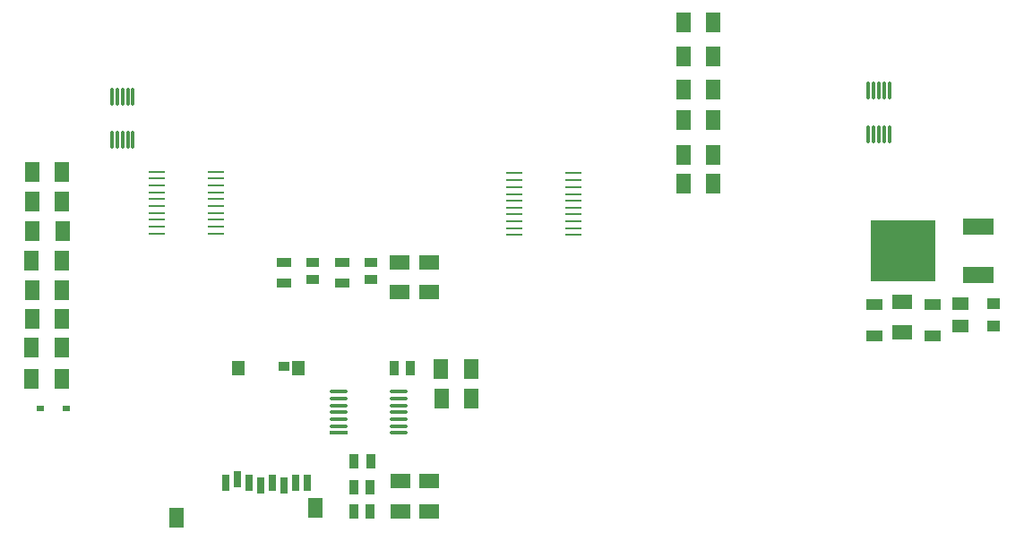
<source format=gbp>
%FSTAX23Y23*%
%MOIN*%
%SFA1B1*%

%IPPOS*%
%AMD93*
4,1,8,0.025100,0.007500,-0.025100,0.007500,-0.032600,0.000000,-0.032600,0.000000,-0.025100,-0.007500,0.025100,-0.007500,0.032600,0.000000,0.032600,0.000000,0.025100,0.007500,0.0*
1,1,0.014992,0.025100,0.000000*
1,1,0.014992,-0.025100,0.000000*
1,1,0.014992,-0.025100,0.000000*
1,1,0.014992,0.025100,0.000000*
%
%ADD24R,0.053937X0.075197*%
%ADD27R,0.051181X0.043307*%
%ADD29R,0.059378X0.047500*%
%ADD91R,0.075197X0.053937*%
%ADD92R,0.037594X0.053394*%
G04~CAMADD=93~8~0.0~0.0~651.7~149.9~75.0~0.0~15~0.0~0.0~0.0~0.0~0~0.0~0.0~0.0~0.0~0~0.0~0.0~0.0~0.0~651.7~149.9*
%ADD93D93*%
%ADD94R,0.065173X0.014992*%
%ADD95R,0.031496X0.059055*%
%ADD96R,0.051181X0.055118*%
%ADD97R,0.039370X0.037401*%
%ADD98R,0.055118X0.074803*%
%ADD99R,0.062992X0.041339*%
%ADD100R,0.031496X0.023622*%
%ADD101R,0.118110X0.062992*%
%ADD102R,0.244094X0.228346*%
%ADD103O,0.011811X0.066929*%
%ADD104R,0.057087X0.037401*%
%ADD105R,0.049689X0.031815*%
%ADD114R,0.061024X0.009843*%
%LNpcb1-1*%
%LPD*%
G54D24*
X08067Y04066D03*
X08179D03*
X08067Y04508D03*
X08179D03*
X08068Y04397D03*
X08179D03*
X08067Y04182D03*
X08179D03*
X0807Y04616D03*
X08181D03*
X08068Y04289D03*
X08179D03*
X10492Y05268D03*
X10604D03*
X10492Y05145D03*
X10604D03*
X10492Y04901D03*
X10604D03*
X10492Y05393D03*
X10604D03*
X10492Y05029D03*
X10604D03*
X10492Y04793D03*
X10604D03*
X09701Y04104D03*
X09589D03*
X09703Y03994D03*
X09591D03*
X08068Y04838D03*
X08179D03*
X08068Y04728D03*
X08179D03*
G54D27*
X11645Y04348D03*
Y04265D03*
G54D29*
X11524Y04346D03*
Y04263D03*
G54D91*
X09547Y04501D03*
Y04389D03*
X09437Y04501D03*
Y0439D03*
X11307Y04353D03*
Y04241D03*
X09547Y03575D03*
Y03687D03*
X09438Y03575D03*
Y03687D03*
G54D92*
X09326Y03572D03*
X09265D03*
Y03662D03*
X09326D03*
X09267Y0376D03*
X09328D03*
X09415Y04107D03*
X09476D03*
G54D93*
X09431Y03866D03*
Y03891D03*
Y03917D03*
Y03942D03*
Y03968D03*
Y03994D03*
Y04019D03*
X09208D03*
Y03994D03*
Y03968D03*
Y03942D03*
Y03917D03*
Y03891D03*
G54D94*
X09208Y03866D03*
G54D95*
X09092Y03679D03*
X09049D03*
X09005Y03671D03*
X08962Y03679D03*
X08919Y03671D03*
X08875Y03679D03*
X08832Y03694D03*
X08789Y03679D03*
G54D96*
X0906Y04106D03*
X08836D03*
G54D97*
X09005Y04115D03*
G54D98*
X09123Y03588D03*
X08605Y03549D03*
G54D99*
X11418Y04227D03*
Y04343D03*
X11202D03*
Y04227D03*
G54D100*
X08098Y03956D03*
X08196D03*
G54D101*
X11589Y04453D03*
Y04633D03*
G54D102*
X1131Y04543D03*
G54D103*
X08444Y04956D03*
X08425D03*
X08405D03*
X08385D03*
X08366D03*
X08444Y05118D03*
X08425D03*
X08405D03*
X08385D03*
X08366D03*
X11258Y04978D03*
X11239D03*
X11219D03*
X11199D03*
X1118D03*
X11258Y05139D03*
X11239D03*
X11219D03*
X11199D03*
X1118D03*
G54D104*
X09222Y04501D03*
Y04424D03*
X09005Y04501D03*
Y04424D03*
G54D105*
X0933Y04438D03*
Y04501D03*
X09114Y04438D03*
Y04501D03*
G54D114*
X08531Y04608D03*
Y04633D03*
Y04659D03*
Y04685D03*
Y0471D03*
Y04736D03*
Y04761D03*
Y04787D03*
Y04812D03*
Y04838D03*
X08751Y04608D03*
Y04633D03*
Y04659D03*
Y04685D03*
Y0471D03*
Y04736D03*
Y04761D03*
Y04787D03*
Y04812D03*
Y04838D03*
X10081Y04832D03*
Y04807D03*
Y04781D03*
Y04755D03*
Y0473D03*
Y04704D03*
Y04679D03*
Y04653D03*
Y04627D03*
Y04602D03*
X09861Y04832D03*
Y04807D03*
Y04781D03*
Y04755D03*
Y0473D03*
Y04704D03*
Y04679D03*
Y04653D03*
Y04627D03*
Y04602D03*
M02*
</source>
